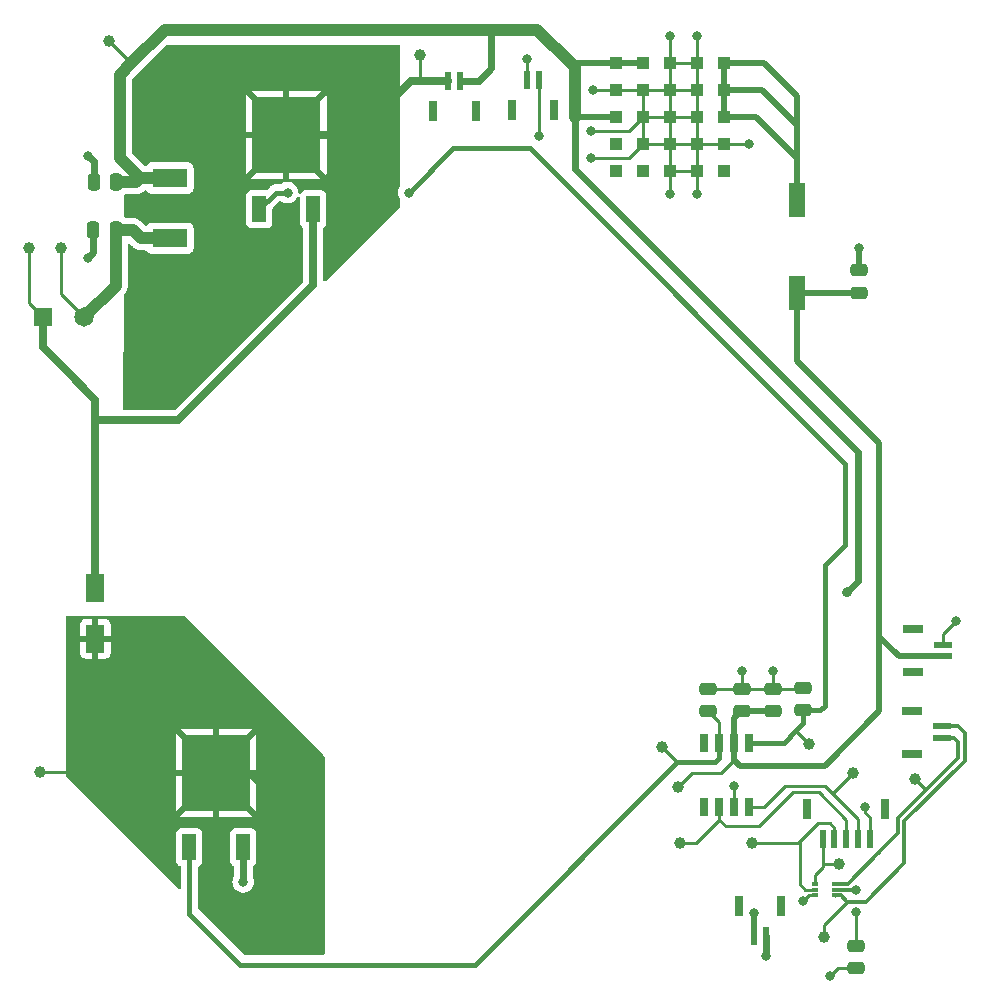
<source format=gbr>
%TF.GenerationSoftware,KiCad,Pcbnew,(6.0.1)*%
%TF.CreationDate,2024-01-13T19:57:02-05:00*%
%TF.ProjectId,PCB POWER,50434220-504f-4574-9552-2e6b69636164,rev?*%
%TF.SameCoordinates,Original*%
%TF.FileFunction,Copper,L1,Top*%
%TF.FilePolarity,Positive*%
%FSLAX46Y46*%
G04 Gerber Fmt 4.6, Leading zero omitted, Abs format (unit mm)*
G04 Created by KiCad (PCBNEW (6.0.1)) date 2024-01-13 19:57:02*
%MOMM*%
%LPD*%
G01*
G04 APERTURE LIST*
G04 Aperture macros list*
%AMRoundRect*
0 Rectangle with rounded corners*
0 $1 Rounding radius*
0 $2 $3 $4 $5 $6 $7 $8 $9 X,Y pos of 4 corners*
0 Add a 4 corners polygon primitive as box body*
4,1,4,$2,$3,$4,$5,$6,$7,$8,$9,$2,$3,0*
0 Add four circle primitives for the rounded corners*
1,1,$1+$1,$2,$3*
1,1,$1+$1,$4,$5*
1,1,$1+$1,$6,$7*
1,1,$1+$1,$8,$9*
0 Add four rect primitives between the rounded corners*
20,1,$1+$1,$2,$3,$4,$5,0*
20,1,$1+$1,$4,$5,$6,$7,0*
20,1,$1+$1,$6,$7,$8,$9,0*
20,1,$1+$1,$8,$9,$2,$3,0*%
G04 Aperture macros list end*
%TA.AperFunction,SMDPad,CuDef*%
%ADD10RoundRect,0.250000X-0.250000X-0.475000X0.250000X-0.475000X0.250000X0.475000X-0.250000X0.475000X0*%
%TD*%
%TA.AperFunction,SMDPad,CuDef*%
%ADD11C,1.000000*%
%TD*%
%TA.AperFunction,SMDPad,CuDef*%
%ADD12RoundRect,0.250000X-0.475000X0.250000X-0.475000X-0.250000X0.475000X-0.250000X0.475000X0.250000X0*%
%TD*%
%TA.AperFunction,SMDPad,CuDef*%
%ADD13RoundRect,0.250000X0.475000X-0.250000X0.475000X0.250000X-0.475000X0.250000X-0.475000X-0.250000X0*%
%TD*%
%TA.AperFunction,SMDPad,CuDef*%
%ADD14R,0.475000X0.300000*%
%TD*%
%TA.AperFunction,SMDPad,CuDef*%
%ADD15R,1.550000X0.600000*%
%TD*%
%TA.AperFunction,SMDPad,CuDef*%
%ADD16R,1.800000X0.800000*%
%TD*%
%TA.AperFunction,SMDPad,CuDef*%
%ADD17R,0.650000X1.525000*%
%TD*%
%TA.AperFunction,SMDPad,CuDef*%
%ADD18R,0.600000X1.550000*%
%TD*%
%TA.AperFunction,SMDPad,CuDef*%
%ADD19R,0.800000X1.800000*%
%TD*%
%TA.AperFunction,SMDPad,CuDef*%
%ADD20R,1.200000X2.200000*%
%TD*%
%TA.AperFunction,SMDPad,CuDef*%
%ADD21R,5.800000X6.400000*%
%TD*%
%TA.AperFunction,SMDPad,CuDef*%
%ADD22R,1.470000X3.000000*%
%TD*%
%TA.AperFunction,ComponentPad*%
%ADD23R,1.650000X1.650000*%
%TD*%
%TA.AperFunction,ComponentPad*%
%ADD24C,1.650000*%
%TD*%
%TA.AperFunction,SMDPad,CuDef*%
%ADD25R,1.060000X1.060000*%
%TD*%
%TA.AperFunction,SMDPad,CuDef*%
%ADD26R,1.550000X2.350000*%
%TD*%
%TA.AperFunction,SMDPad,CuDef*%
%ADD27R,3.000000X1.650000*%
%TD*%
%TA.AperFunction,ViaPad*%
%ADD28C,0.800000*%
%TD*%
%TA.AperFunction,Conductor*%
%ADD29C,0.500000*%
%TD*%
%TA.AperFunction,Conductor*%
%ADD30C,0.250000*%
%TD*%
%TA.AperFunction,Conductor*%
%ADD31C,0.600000*%
%TD*%
%TA.AperFunction,Conductor*%
%ADD32C,0.700000*%
%TD*%
%TA.AperFunction,Conductor*%
%ADD33C,1.000000*%
%TD*%
%TA.AperFunction,Conductor*%
%ADD34C,0.400000*%
%TD*%
%TA.AperFunction,Conductor*%
%ADD35C,0.300000*%
%TD*%
%TA.AperFunction,Conductor*%
%ADD36C,0.750000*%
%TD*%
G04 APERTURE END LIST*
D10*
%TO.P,C2,1,1*%
%TO.N,GND*%
X66560000Y-76710000D03*
%TO.P,C2,2,2*%
%TO.N,Net-(C2-Pad2)*%
X68460000Y-76710000D03*
%TD*%
D11*
%TO.P,TP6,1,1*%
%TO.N,Net-(C2-Pad2)*%
X63830000Y-78250000D03*
%TD*%
D12*
%TO.P,C8,1,1*%
%TO.N,GND*%
X131420000Y-80150000D03*
%TO.P,C8,2,2*%
%TO.N,Net-(C3-Pad1)*%
X131420000Y-82050000D03*
%TD*%
D11*
%TO.P,TP3,1,1*%
%TO.N,BLWR_PID*%
X116210000Y-128630000D03*
%TD*%
D13*
%TO.P,C5,1*%
%TO.N,Net-(C3-Pad1)*%
X124090000Y-117450000D03*
%TO.P,C5,2*%
%TO.N,GND*%
X124090000Y-115550000D03*
%TD*%
D11*
%TO.P,TP7,1,1*%
%TO.N,MTR_2*%
X128410000Y-136620000D03*
%TD*%
D14*
%TO.P,IC1,1,IN1*%
%TO.N,MTR_PID1*%
X127652000Y-132070000D03*
%TO.P,IC1,2,IN2*%
%TO.N,MTR_PID2*%
X127652000Y-132570000D03*
%TO.P,IC1,3,GND*%
%TO.N,GND*%
X127652000Y-133070000D03*
%TO.P,IC1,4,OUT2*%
%TO.N,MTR_2*%
X129328000Y-133070000D03*
%TO.P,IC1,5,VM*%
%TO.N,Net-(C1-Pad2)*%
X129328000Y-132570000D03*
%TO.P,IC1,6,OUT1*%
%TO.N,MTR_1*%
X129328000Y-132070000D03*
%TD*%
D15*
%TO.P,J7,1,1*%
%TO.N,MTR_1*%
X138440000Y-119760000D03*
%TO.P,J7,2,2*%
%TO.N,MTR_2*%
X138440000Y-118760000D03*
D16*
%TO.P,J7,MP1,MP1*%
%TO.N,unconnected-(J7-PadMP1)*%
X135915000Y-121060000D03*
%TO.P,J7,MP2,MP2*%
%TO.N,unconnected-(J7-PadMP2)*%
X135915000Y-117460000D03*
%TD*%
D17*
%TO.P,U1,1,NC_1*%
%TO.N,unconnected-(U1-Pad1)*%
X118295000Y-125552000D03*
%TO.P,U1,2,INA*%
%TO.N,BLWR_PID*%
X119565000Y-125552000D03*
%TO.P,U1,3,GND*%
%TO.N,GND*%
X120835000Y-125552000D03*
%TO.P,U1,4,INB*%
%TO.N,HTR_PID*%
X122105000Y-125552000D03*
%TO.P,U1,5,OUTB*%
%TO.N,Net-(C7-Pad1)*%
X122105000Y-120128000D03*
%TO.P,U1,6,VS*%
%TO.N,Net-(C3-Pad1)*%
X120835000Y-120128000D03*
%TO.P,U1,7,OUTA*%
%TO.N,Net-(C6-Pad1)*%
X119565000Y-120128000D03*
%TO.P,U1,8,NC_2*%
%TO.N,unconnected-(U1-Pad8)*%
X118295000Y-120128000D03*
%TD*%
D11*
%TO.P,TP14,1,1*%
%TO.N,Net-(C3-Pad1)*%
X116050000Y-123870000D03*
%TD*%
D18*
%TO.P,J3,1,1*%
%TO.N,Net-(C1-Pad2)*%
X97630000Y-64100000D03*
%TO.P,J3,2,2*%
%TO.N,Net-(J3-Pad2)*%
X96630000Y-64100000D03*
D19*
%TO.P,J3,MP1,MP1*%
%TO.N,unconnected-(J3-PadMP1)*%
X98930000Y-66625000D03*
%TO.P,J3,MP2,MP2*%
%TO.N,unconnected-(J3-PadMP2)*%
X95330000Y-66625000D03*
%TD*%
D15*
%TO.P,J4,1,1*%
%TO.N,Net-(C3-Pad1)*%
X138520000Y-112830000D03*
%TO.P,J4,2,2*%
%TO.N,GND*%
X138520000Y-111830000D03*
D16*
%TO.P,J4,MP1,MP1*%
%TO.N,unconnected-(J4-PadMP1)*%
X135995000Y-114130000D03*
%TO.P,J4,MP2,MP2*%
%TO.N,unconnected-(J4-PadMP2)*%
X135995000Y-110530000D03*
%TD*%
D20*
%TO.P,Q2,1*%
%TO.N,Net-(C7-Pad1)*%
X80620000Y-74970000D03*
D21*
%TO.P,Q2,2*%
%TO.N,Net-(J3-Pad2)*%
X82900000Y-68670000D03*
D20*
%TO.P,Q2,3*%
%TO.N,GND*%
X85180000Y-74970000D03*
%TD*%
D11*
%TO.P,TP5,1,1*%
%TO.N,GND*%
X61160000Y-78220000D03*
%TD*%
D20*
%TO.P,Q1,1*%
%TO.N,Net-(C6-Pad1)*%
X74690000Y-129000000D03*
D21*
%TO.P,Q1,2*%
%TO.N,Net-(D1-Pad1)*%
X76970000Y-122700000D03*
D20*
%TO.P,Q1,3*%
%TO.N,GND*%
X79250000Y-129000000D03*
%TD*%
D22*
%TO.P,U4,1,1*%
%TO.N,Net-(C3-Pad1)*%
X126130000Y-82060000D03*
%TO.P,U4,2,2*%
%TO.N,Net-(U3-PadA5)*%
X126130000Y-74160000D03*
%TD*%
D18*
%TO.P,J5,1,1*%
%TO.N,MTR_PID1*%
X128310000Y-128295000D03*
%TO.P,J5,2,2*%
%TO.N,MTR_PID2*%
X129310000Y-128295000D03*
%TO.P,J5,3,3*%
%TO.N,BLWR_PID*%
X130310000Y-128295000D03*
%TO.P,J5,4,4*%
%TO.N,HTR_PID*%
X131310000Y-128295000D03*
%TO.P,J5,5,5*%
%TO.N,THERM*%
X132310000Y-128295000D03*
D19*
%TO.P,J5,MP1,MP1*%
%TO.N,unconnected-(J5-PadMP1)*%
X127010000Y-125770000D03*
%TO.P,J5,MP2,MP2*%
%TO.N,unconnected-(J5-PadMP2)*%
X133610000Y-125770000D03*
%TD*%
D18*
%TO.P,J6,1,1*%
%TO.N,THERM*%
X104300000Y-64070000D03*
%TO.P,J6,2,2*%
%TO.N,GND*%
X103300000Y-64070000D03*
D19*
%TO.P,J6,MP1,MP1*%
%TO.N,unconnected-(J6-PadMP1)*%
X105600000Y-66595000D03*
%TO.P,J6,MP2,MP2*%
%TO.N,unconnected-(J6-PadMP2)*%
X102000000Y-66595000D03*
%TD*%
D11*
%TO.P,TP11,1,1*%
%TO.N,Net-(D1-Pad1)*%
X62090000Y-122610000D03*
%TD*%
D13*
%TO.P,C7,1*%
%TO.N,Net-(C7-Pad1)*%
X126690000Y-117400000D03*
%TO.P,C7,2*%
%TO.N,GND*%
X126690000Y-115500000D03*
%TD*%
D11*
%TO.P,TP4,1,1*%
%TO.N,HTR_PID*%
X130900000Y-122690000D03*
%TD*%
%TO.P,TP2,1,1*%
%TO.N,MTR_PID2*%
X122310000Y-128630000D03*
%TD*%
D23*
%TO.P,J1,1,1*%
%TO.N,GND*%
X62305000Y-84095000D03*
D24*
%TO.P,J1,2,2*%
%TO.N,Net-(C2-Pad2)*%
X65805000Y-84095000D03*
%TD*%
D18*
%TO.P,J2,1,1*%
%TO.N,Net-(C1-Pad2)*%
X122500000Y-136470000D03*
%TO.P,J2,2,2*%
%TO.N,Net-(D1-Pad1)*%
X123500000Y-136470000D03*
D19*
%TO.P,J2,MP1,MP1*%
%TO.N,unconnected-(J2-PadMP1)*%
X121200000Y-133945000D03*
%TO.P,J2,MP2,MP2*%
%TO.N,unconnected-(J2-PadMP2)*%
X124800000Y-133945000D03*
%TD*%
D25*
%TO.P,U3,A1,+VIN*%
%TO.N,Net-(C1-Pad2)*%
X110790000Y-62590000D03*
%TO.P,U3,A2,+VIN*%
X113080000Y-62590000D03*
%TO.P,U3,A3,GND*%
%TO.N,GND*%
X115370000Y-62590000D03*
%TO.P,U3,A4,GND*%
X117660000Y-62590000D03*
%TO.P,U3,A5,+VOUT*%
%TO.N,Net-(U3-PadA5)*%
X119950000Y-62590000D03*
%TO.P,U3,B1,GND*%
%TO.N,GND*%
X110790000Y-64880000D03*
%TO.P,U3,B2,GND*%
X113080000Y-64880000D03*
%TO.P,U3,B3,GND*%
X115370000Y-64880000D03*
%TO.P,U3,B4,GND*%
X117660000Y-64880000D03*
%TO.P,U3,B5,+VOUT*%
%TO.N,Net-(U3-PadA5)*%
X119950000Y-64880000D03*
%TO.P,U3,C1,CTRL*%
%TO.N,Net-(C1-Pad2)*%
X110790000Y-67170000D03*
%TO.P,U3,C2,GND*%
%TO.N,GND*%
X113080000Y-67170000D03*
%TO.P,U3,C3,GND*%
X115370000Y-67170000D03*
%TO.P,U3,C4,GND*%
X117660000Y-67170000D03*
%TO.P,U3,C5,Sense*%
%TO.N,Net-(U3-PadA5)*%
X119950000Y-67170000D03*
%TO.P,U3,D1,PGood*%
%TO.N,unconnected-(U3-PadD1)*%
X110790000Y-69460000D03*
%TO.P,U3,D2,GND*%
%TO.N,GND*%
X113080000Y-69460000D03*
%TO.P,U3,D3,GND*%
X115370000Y-69460000D03*
%TO.P,U3,D4,GND*%
X117660000Y-69460000D03*
%TO.P,U3,D5,GND*%
X119950000Y-69460000D03*
%TO.P,U3,E1,SEQ*%
%TO.N,unconnected-(U3-PadE1)*%
X110790000Y-71750000D03*
%TO.P,U3,E2,NC*%
%TO.N,unconnected-(U3-PadE2)*%
X113080000Y-71750000D03*
%TO.P,U3,E3,GND*%
%TO.N,GND*%
X115370000Y-71750000D03*
%TO.P,U3,E4,GND*%
X117660000Y-71750000D03*
%TO.P,U3,E5,Trim*%
%TO.N,unconnected-(U3-PadE5)*%
X119950000Y-71750000D03*
%TD*%
D10*
%TO.P,C4,1,1*%
%TO.N,GND*%
X66590000Y-72650000D03*
%TO.P,C4,2,2*%
%TO.N,Net-(C1-Pad2)*%
X68490000Y-72650000D03*
%TD*%
D11*
%TO.P,TP13,1,1*%
%TO.N,Net-(J3-Pad2)*%
X94220000Y-61890000D03*
%TD*%
D13*
%TO.P,C6,1*%
%TO.N,Net-(C6-Pad1)*%
X118630000Y-117490000D03*
%TO.P,C6,2*%
%TO.N,GND*%
X118630000Y-115590000D03*
%TD*%
D11*
%TO.P,TP8,1,1*%
%TO.N,MTR_1*%
X136150000Y-123200000D03*
%TD*%
D26*
%TO.P,D1,1*%
%TO.N,Net-(D1-Pad1)*%
X66740000Y-111330000D03*
%TO.P,D1,2*%
%TO.N,GND*%
X66740000Y-107030000D03*
%TD*%
D27*
%TO.P,U2,1,1*%
%TO.N,Net-(C2-Pad2)*%
X73040000Y-77440000D03*
%TO.P,U2,2,2*%
%TO.N,Net-(C1-Pad2)*%
X73040000Y-72340000D03*
%TD*%
D13*
%TO.P,C1,1*%
%TO.N,GND*%
X131150000Y-139230000D03*
%TO.P,C1,2*%
%TO.N,Net-(C1-Pad2)*%
X131150000Y-137330000D03*
%TD*%
D11*
%TO.P,TP10,1,1*%
%TO.N,Net-(C6-Pad1)*%
X114700000Y-120510000D03*
%TD*%
%TO.P,TP9,1,1*%
%TO.N,Net-(C1-Pad2)*%
X67920000Y-60740000D03*
%TD*%
%TO.P,TP1,1,1*%
%TO.N,MTR_PID1*%
X129660000Y-130410000D03*
%TD*%
D13*
%TO.P,C3,1*%
%TO.N,Net-(C3-Pad1)*%
X121450000Y-117470000D03*
%TO.P,C3,2*%
%TO.N,GND*%
X121450000Y-115570000D03*
%TD*%
D11*
%TO.P,TP12,1,1*%
%TO.N,Net-(C7-Pad1)*%
X127180000Y-120230000D03*
%TD*%
D28*
%TO.N,Net-(D1-Pad1)*%
X82950000Y-125940000D03*
X123500000Y-138230000D03*
%TO.N,GND*%
X122060000Y-69460000D03*
X66120000Y-70450000D03*
X117660000Y-60300000D03*
X79250000Y-131920000D03*
X139580000Y-109850000D03*
X115370000Y-60310000D03*
X126640000Y-133550000D03*
X66090000Y-79080000D03*
X115370000Y-73700000D03*
X131420000Y-78260000D03*
X120840000Y-123810000D03*
X108850000Y-64880000D03*
X108720000Y-68320000D03*
X124090000Y-114110000D03*
X128910000Y-139920000D03*
X108720000Y-70600000D03*
X103300000Y-62270000D03*
X121460000Y-114070000D03*
X117660000Y-73690000D03*
%TO.N,Net-(C7-Pad1)*%
X93290000Y-73570000D03*
X83010000Y-73570000D03*
%TO.N,Net-(C1-Pad2)*%
X131150000Y-134470000D03*
X130370000Y-107390000D03*
X131150000Y-132570000D03*
X122500000Y-134540000D03*
%TO.N,THERM*%
X131940000Y-125580000D03*
X104290000Y-68780000D03*
%TD*%
D29*
%TO.N,Net-(D1-Pad1)*%
X76970000Y-123030000D02*
X80390000Y-126450000D01*
D30*
X76970000Y-122700000D02*
X76970000Y-123000000D01*
D31*
X82950000Y-125940000D02*
X79710000Y-122700000D01*
D30*
X76970000Y-122700000D02*
X76970000Y-123030000D01*
X76880000Y-122610000D02*
X76970000Y-122700000D01*
D31*
X123500000Y-136470000D02*
X123500000Y-138230000D01*
D29*
X76970000Y-123000000D02*
X73520000Y-126450000D01*
D31*
X79710000Y-122700000D02*
X76970000Y-122700000D01*
D29*
X76970000Y-122370000D02*
X80480000Y-118860000D01*
D30*
X62090000Y-122610000D02*
X76880000Y-122610000D01*
D29*
X76970000Y-122370000D02*
X73500000Y-118900000D01*
D30*
X76970000Y-122700000D02*
X76970000Y-122370000D01*
D32*
%TO.N,GND*%
X85180000Y-81400000D02*
X85180000Y-74970000D01*
X66740000Y-91110000D02*
X66740000Y-92740000D01*
D30*
X117660000Y-64880000D02*
X117660000Y-62590000D01*
X113080000Y-69460000D02*
X111940000Y-70600000D01*
X117660000Y-69460000D02*
X119950000Y-69460000D01*
D32*
X62305000Y-84095000D02*
X62305000Y-86675000D01*
D30*
X113080000Y-64880000D02*
X110790000Y-64880000D01*
X115370000Y-62590000D02*
X115370000Y-60310000D01*
X117660000Y-67170000D02*
X115370000Y-67170000D01*
X103300000Y-64070000D02*
X103300000Y-62270000D01*
X115370000Y-69460000D02*
X117660000Y-69460000D01*
X117660000Y-69460000D02*
X117660000Y-71750000D01*
X124090000Y-115550000D02*
X124090000Y-114110000D01*
X113080000Y-64880000D02*
X115370000Y-64880000D01*
X61160000Y-78220000D02*
X61160000Y-82950000D01*
X113080000Y-64880000D02*
X113080000Y-67170000D01*
X113080000Y-67170000D02*
X113080000Y-69460000D01*
D31*
X79250000Y-129000000D02*
X79250000Y-131920000D01*
D32*
X64070000Y-88440000D02*
X66740000Y-91110000D01*
X66740000Y-92740000D02*
X66740000Y-100460000D01*
D30*
X115370000Y-62590000D02*
X117660000Y-62590000D01*
X120835000Y-125552000D02*
X120835000Y-123815000D01*
X117660000Y-64880000D02*
X117660000Y-67170000D01*
X121450000Y-115570000D02*
X124070000Y-115570000D01*
X113080000Y-67170000D02*
X111930000Y-68320000D01*
X115370000Y-71750000D02*
X115370000Y-69460000D01*
X127652000Y-133070000D02*
X127120000Y-133070000D01*
X131150000Y-139230000D02*
X129600000Y-139230000D01*
X115370000Y-64880000D02*
X117660000Y-64880000D01*
D32*
X62305000Y-86675000D02*
X64070000Y-88440000D01*
D30*
X66830000Y-92830000D02*
X66740000Y-92740000D01*
X120835000Y-123815000D02*
X120840000Y-123810000D01*
X118630000Y-115590000D02*
X121430000Y-115590000D01*
D32*
X85180000Y-81420000D02*
X73770000Y-92830000D01*
X66740000Y-100460000D02*
X66740000Y-107030000D01*
D30*
X129600000Y-139230000D02*
X128910000Y-139920000D01*
X85190000Y-81410000D02*
X85180000Y-81400000D01*
X117660000Y-71750000D02*
X115370000Y-71750000D01*
D29*
X131420000Y-78260000D02*
X131420000Y-80150000D01*
D30*
X121430000Y-115590000D02*
X121450000Y-115570000D01*
X119950000Y-69460000D02*
X122060000Y-69460000D01*
X115370000Y-69460000D02*
X115370000Y-67170000D01*
X121450000Y-115570000D02*
X121450000Y-114080000D01*
X121450000Y-114080000D02*
X121460000Y-114070000D01*
X117660000Y-69460000D02*
X117660000Y-67170000D01*
X66600000Y-72640000D02*
X66590000Y-72650000D01*
D31*
X66600000Y-70930000D02*
X66600000Y-72640000D01*
D30*
X124070000Y-115570000D02*
X124090000Y-115550000D01*
X111930000Y-68320000D02*
X108720000Y-68320000D01*
X115370000Y-71750000D02*
X115370000Y-73700000D01*
X138520000Y-110910000D02*
X139580000Y-109850000D01*
X117660000Y-62590000D02*
X117660000Y-60300000D01*
X117660000Y-71750000D02*
X117660000Y-73690000D01*
X113080000Y-69460000D02*
X115370000Y-69460000D01*
X113080000Y-67170000D02*
X115370000Y-67170000D01*
X138520000Y-111830000D02*
X138520000Y-110910000D01*
D31*
X66120000Y-70450000D02*
X66600000Y-70930000D01*
D30*
X61160000Y-82950000D02*
X62305000Y-84095000D01*
D31*
X66560000Y-76710000D02*
X66560000Y-78610000D01*
D30*
X110790000Y-64880000D02*
X108850000Y-64880000D01*
X127120000Y-133070000D02*
X126640000Y-133550000D01*
D32*
X73770000Y-92830000D02*
X66830000Y-92830000D01*
D30*
X111940000Y-70600000D02*
X108720000Y-70600000D01*
X115370000Y-64880000D02*
X115370000Y-67170000D01*
X126640000Y-115550000D02*
X126690000Y-115500000D01*
X85180000Y-81400000D02*
X85180000Y-81420000D01*
D31*
X66560000Y-78610000D02*
X66090000Y-79080000D01*
D30*
X115370000Y-64880000D02*
X115370000Y-62590000D01*
X124090000Y-115550000D02*
X126640000Y-115550000D01*
D33*
%TO.N,Net-(C2-Pad2)*%
X69900000Y-76710000D02*
X68460000Y-76710000D01*
X68460000Y-76710000D02*
X68460000Y-81440000D01*
X68460000Y-81440000D02*
X65805000Y-84095000D01*
X69900000Y-76710000D02*
X70630000Y-77440000D01*
X70630000Y-77440000D02*
X73040000Y-77440000D01*
D30*
X63830000Y-78250000D02*
X63830000Y-82120000D01*
X63830000Y-82120000D02*
X65805000Y-84095000D01*
%TO.N,MTR_PID1*%
X128310000Y-130420000D02*
X128310000Y-130650000D01*
X129660000Y-130410000D02*
X128320000Y-130410000D01*
X127650000Y-131310000D02*
X127652000Y-131312000D01*
X128310000Y-130650000D02*
X127650000Y-131310000D01*
X127652000Y-131312000D02*
X127652000Y-132070000D01*
X128320000Y-130410000D02*
X128310000Y-130420000D01*
X128310000Y-128295000D02*
X128310000Y-130420000D01*
D32*
%TO.N,Net-(J3-Pad2)*%
X88860000Y-68670000D02*
X82900000Y-68670000D01*
X93430000Y-64100000D02*
X88860000Y-68670000D01*
D31*
X82900000Y-68670000D02*
X82900000Y-68350000D01*
D29*
X82900000Y-68970000D02*
X79490000Y-72380000D01*
D32*
X94280000Y-64100000D02*
X93430000Y-64100000D01*
D30*
X94220000Y-61890000D02*
X94220000Y-64040000D01*
D31*
X82900000Y-68670000D02*
X82900000Y-69070000D01*
D30*
X94220000Y-64040000D02*
X94280000Y-64100000D01*
D31*
X82900000Y-68670000D02*
X82900000Y-68970000D01*
D29*
X82900000Y-68350000D02*
X86430000Y-64820000D01*
D32*
X96630000Y-64100000D02*
X94280000Y-64100000D01*
D29*
X82900000Y-68290000D02*
X79370000Y-64760000D01*
D31*
X82900000Y-68670000D02*
X82900000Y-68290000D01*
D29*
X82900000Y-69070000D02*
X86200000Y-72370000D01*
D30*
%TO.N,Net-(C3-Pad1)*%
X131420000Y-82050000D02*
X131410000Y-82060000D01*
D29*
X120835000Y-121585000D02*
X120835000Y-120128000D01*
D30*
X117220000Y-122700000D02*
X119720000Y-122700000D01*
D29*
X128480000Y-122070000D02*
X121290000Y-122070000D01*
X126130000Y-82060000D02*
X126130000Y-87810000D01*
X131410000Y-82060000D02*
X126130000Y-82060000D01*
D30*
X120835000Y-121375000D02*
X120840000Y-121380000D01*
D29*
X134790000Y-112830000D02*
X138520000Y-112830000D01*
X133120000Y-111160000D02*
X134790000Y-112830000D01*
X126130000Y-87810000D02*
X133120000Y-94800000D01*
X120835000Y-118085000D02*
X121450000Y-117470000D01*
D30*
X116050000Y-123870000D02*
X117220000Y-122700000D01*
X124070000Y-117470000D02*
X124090000Y-117450000D01*
D29*
X133120000Y-117430000D02*
X128480000Y-122070000D01*
X133120000Y-94800000D02*
X133120000Y-111160000D01*
X120820000Y-121600000D02*
X120835000Y-121585000D01*
X121290000Y-122070000D02*
X120820000Y-121600000D01*
X120835000Y-120128000D02*
X120835000Y-118085000D01*
X133120000Y-111160000D02*
X133120000Y-117430000D01*
D30*
X119720000Y-122700000D02*
X120835000Y-121585000D01*
D29*
X121450000Y-117470000D02*
X124070000Y-117470000D01*
D30*
%TO.N,Net-(C6-Pad1)*%
X114700000Y-120510000D02*
X115980000Y-121790000D01*
D34*
X78990000Y-138930000D02*
X74690000Y-134630000D01*
X74690000Y-134630000D02*
X74690000Y-129000000D01*
X98840000Y-138930000D02*
X78990000Y-138930000D01*
D30*
X119565000Y-120128000D02*
X119565000Y-118425000D01*
X119570000Y-121400000D02*
X119565000Y-121395000D01*
D34*
X115980000Y-121790000D02*
X119180000Y-121790000D01*
X119565000Y-121395000D02*
X119565000Y-120128000D01*
X119180000Y-121790000D02*
X119570000Y-121400000D01*
D30*
X119565000Y-118425000D02*
X118630000Y-117490000D01*
D34*
X115980000Y-121790000D02*
X98840000Y-138930000D01*
%TO.N,Net-(C7-Pad1)*%
X97050000Y-69810000D02*
X93290000Y-73570000D01*
X130230000Y-103430000D02*
X128530000Y-105130000D01*
X82020000Y-73570000D02*
X80620000Y-74970000D01*
X130230000Y-96520000D02*
X130230000Y-103430000D01*
D30*
X127180000Y-120230000D02*
X126065000Y-119115000D01*
D34*
X122105000Y-120128000D02*
X125032000Y-120128000D01*
X125032000Y-120128000D02*
X126065000Y-119095000D01*
D30*
X126065000Y-119115000D02*
X126065000Y-119095000D01*
D34*
X128120000Y-117400000D02*
X126690000Y-117400000D01*
X128530000Y-116990000D02*
X128120000Y-117400000D01*
X126065000Y-119095000D02*
X126690000Y-118470000D01*
X126690000Y-118470000D02*
X126690000Y-117400000D01*
X103520000Y-69810000D02*
X97050000Y-69810000D01*
X83010000Y-73570000D02*
X82020000Y-73570000D01*
X103520000Y-69810000D02*
X130230000Y-96520000D01*
X128530000Y-105130000D02*
X128530000Y-116990000D01*
D30*
%TO.N,MTR_PID2*%
X126400000Y-128430000D02*
X126400000Y-132110000D01*
X126200000Y-128630000D02*
X126400000Y-128430000D01*
X129310000Y-127320000D02*
X128900000Y-126910000D01*
X126400000Y-132110000D02*
X126860000Y-132570000D01*
X126400000Y-132110000D02*
X126400000Y-131860000D01*
X122310000Y-128630000D02*
X126200000Y-128630000D01*
X127920000Y-126910000D02*
X126400000Y-128430000D01*
X128900000Y-126910000D02*
X127920000Y-126910000D01*
X129310000Y-128295000D02*
X129310000Y-127320000D01*
X126860000Y-132570000D02*
X127652000Y-132570000D01*
%TO.N,MTR_2*%
X129320000Y-133078000D02*
X129328000Y-133070000D01*
X128410000Y-136620000D02*
X128410000Y-135560000D01*
D35*
X135200000Y-126810000D02*
X140360000Y-121650000D01*
X131950000Y-133590000D02*
X135200000Y-130340000D01*
X139770000Y-118760000D02*
X138440000Y-118760000D01*
X129860000Y-133070000D02*
X130380000Y-133590000D01*
X140360000Y-121650000D02*
X140360000Y-119350000D01*
X130380000Y-133590000D02*
X131950000Y-133590000D01*
X129328000Y-133070000D02*
X129860000Y-133070000D01*
X140360000Y-119350000D02*
X139770000Y-118760000D01*
D30*
X128410000Y-135560000D02*
X130380000Y-133590000D01*
D35*
X135200000Y-130340000D02*
X135200000Y-126810000D01*
D29*
%TO.N,Net-(C1-Pad2)*%
X113080000Y-62590000D02*
X110790000Y-62590000D01*
X122500000Y-136470000D02*
X122500000Y-134540000D01*
D31*
X97630000Y-64100000D02*
X99190000Y-64100000D01*
X107340000Y-71550000D02*
X131340000Y-95550000D01*
D36*
X130330000Y-107350000D02*
X130370000Y-107390000D01*
D33*
X107340000Y-62990000D02*
X107340000Y-64090000D01*
X104140000Y-59790000D02*
X106975000Y-62625000D01*
D31*
X131340000Y-106420000D02*
X130370000Y-107390000D01*
D29*
X107010000Y-62590000D02*
X106975000Y-62625000D01*
D30*
X107330000Y-64100000D02*
X107340000Y-64090000D01*
D33*
X70520000Y-72340000D02*
X73040000Y-72340000D01*
X107340000Y-64090000D02*
X107340000Y-67170000D01*
X106975000Y-62625000D02*
X107340000Y-62990000D01*
X70210000Y-72650000D02*
X70520000Y-72340000D01*
D31*
X100240000Y-63050000D02*
X100240000Y-59790000D01*
D35*
X129328000Y-132570000D02*
X131150000Y-132570000D01*
D29*
X110790000Y-62590000D02*
X107010000Y-62590000D01*
D33*
X100240000Y-59790000D02*
X104140000Y-59790000D01*
X68800000Y-63590000D02*
X68800000Y-70620000D01*
D30*
X67920000Y-60740000D02*
X69785000Y-62605000D01*
D33*
X70210000Y-72650000D02*
X68490000Y-72650000D01*
X69785000Y-62605000D02*
X68800000Y-63590000D01*
D31*
X99190000Y-64100000D02*
X100240000Y-63050000D01*
D30*
X131150000Y-137330000D02*
X131150000Y-134470000D01*
D31*
X107340000Y-67170000D02*
X107340000Y-71550000D01*
D33*
X100240000Y-59790000D02*
X72600000Y-59790000D01*
D31*
X131340000Y-95550000D02*
X131340000Y-106420000D01*
D33*
X72600000Y-59790000D02*
X69785000Y-62605000D01*
D29*
X107340000Y-67170000D02*
X110790000Y-67170000D01*
D33*
X68800000Y-70620000D02*
X70520000Y-72340000D01*
D35*
%TO.N,MTR_1*%
X139420000Y-119760000D02*
X139760000Y-120100000D01*
D30*
X133105000Y-129465000D02*
X133105000Y-129425000D01*
D35*
X130460000Y-132070000D02*
X133105000Y-129425000D01*
X139760000Y-121450000D02*
X137075000Y-124135000D01*
X133105000Y-129425000D02*
X134732141Y-127797859D01*
D30*
X136150000Y-123200000D02*
X137075000Y-124125000D01*
D35*
X137075000Y-124135000D02*
X134732141Y-126477859D01*
X138440000Y-119760000D02*
X139420000Y-119760000D01*
X129328000Y-132070000D02*
X130460000Y-132070000D01*
X134732141Y-126477859D02*
X134732141Y-127797859D01*
D30*
X137075000Y-124125000D02*
X137075000Y-124135000D01*
D35*
X139760000Y-120100000D02*
X139760000Y-121450000D01*
D29*
%TO.N,Net-(U3-PadA5)*%
X122630000Y-67170000D02*
X119950000Y-67170000D01*
X123170000Y-64880000D02*
X126130000Y-67840000D01*
X119950000Y-62590000D02*
X123360000Y-62590000D01*
X126130000Y-70670000D02*
X126130000Y-74160000D01*
X119950000Y-64880000D02*
X123170000Y-64880000D01*
X123360000Y-62590000D02*
X126130000Y-65360000D01*
X122630000Y-67170000D02*
X126130000Y-70670000D01*
X119950000Y-62590000D02*
X119950000Y-64880000D01*
X126130000Y-67840000D02*
X126130000Y-70670000D01*
X126130000Y-65360000D02*
X126130000Y-67840000D01*
X119950000Y-64880000D02*
X119950000Y-67170000D01*
D30*
%TO.N,THERM*%
X132310000Y-126460000D02*
X132310000Y-128295000D01*
X104300000Y-68770000D02*
X104300000Y-64070000D01*
X104290000Y-68780000D02*
X104300000Y-68770000D01*
X131940000Y-126090000D02*
X132310000Y-126460000D01*
X131940000Y-125580000D02*
X131940000Y-126090000D01*
%TO.N,BLWR_PID*%
X119565000Y-126655000D02*
X119565000Y-125552000D01*
X130310000Y-126660000D02*
X127990000Y-124340000D01*
X125840000Y-124340000D02*
X122960000Y-127220000D01*
X120120000Y-127220000D02*
X119560000Y-126660000D01*
X130310000Y-128295000D02*
X130310000Y-126660000D01*
X117590000Y-128630000D02*
X119560000Y-126660000D01*
X119560000Y-126660000D02*
X119565000Y-126655000D01*
X122960000Y-127220000D02*
X120120000Y-127220000D01*
X127990000Y-124340000D02*
X125840000Y-124340000D01*
X116210000Y-128630000D02*
X117590000Y-128630000D01*
%TO.N,HTR_PID*%
X123362000Y-125552000D02*
X122105000Y-125552000D01*
X130900000Y-122690000D02*
X129180000Y-124410000D01*
X129180000Y-124410000D02*
X129090000Y-124410000D01*
X129090000Y-124410000D02*
X128480000Y-123800000D01*
X127980000Y-123800000D02*
X125130000Y-123800000D01*
X127970000Y-123790000D02*
X127980000Y-123800000D01*
X125130000Y-123800000D02*
X123370000Y-125560000D01*
X131310000Y-128295000D02*
X131310000Y-126630000D01*
X123370000Y-125560000D02*
X123362000Y-125552000D01*
X131310000Y-126630000D02*
X129090000Y-124410000D01*
X128480000Y-123800000D02*
X127980000Y-123800000D01*
%TD*%
%TA.AperFunction,Conductor*%
%TO.N,Net-(D1-Pad1)*%
G36*
X74295713Y-109410002D02*
G01*
X74316949Y-109427167D01*
X86113357Y-121293141D01*
X86147199Y-121355553D01*
X86150000Y-121381974D01*
X86150000Y-137974000D01*
X86129998Y-138042121D01*
X86076342Y-138088614D01*
X86024000Y-138100000D01*
X79442215Y-138100000D01*
X79374094Y-138079998D01*
X79353090Y-138063066D01*
X75435375Y-134142759D01*
X75401371Y-134080436D01*
X75398500Y-134053693D01*
X75398500Y-130689754D01*
X75418502Y-130621633D01*
X75472158Y-130575140D01*
X75480270Y-130571772D01*
X75528297Y-130553767D01*
X75536705Y-130550615D01*
X75653261Y-130463261D01*
X75740615Y-130346705D01*
X75791745Y-130210316D01*
X75798500Y-130148134D01*
X78141500Y-130148134D01*
X78148255Y-130210316D01*
X78199385Y-130346705D01*
X78286739Y-130463261D01*
X78293919Y-130468642D01*
X78391065Y-130541449D01*
X78433580Y-130598308D01*
X78441500Y-130642275D01*
X78441500Y-131469603D01*
X78424620Y-131532602D01*
X78415473Y-131548444D01*
X78356458Y-131730072D01*
X78336496Y-131920000D01*
X78356458Y-132109928D01*
X78415473Y-132291556D01*
X78510960Y-132456944D01*
X78515378Y-132461851D01*
X78515379Y-132461852D01*
X78557208Y-132508308D01*
X78638747Y-132598866D01*
X78793248Y-132711118D01*
X78799276Y-132713802D01*
X78799278Y-132713803D01*
X78961681Y-132786109D01*
X78967712Y-132788794D01*
X79061112Y-132808647D01*
X79148056Y-132827128D01*
X79148061Y-132827128D01*
X79154513Y-132828500D01*
X79345487Y-132828500D01*
X79351939Y-132827128D01*
X79351944Y-132827128D01*
X79438888Y-132808647D01*
X79532288Y-132788794D01*
X79538319Y-132786109D01*
X79700722Y-132713803D01*
X79700724Y-132713802D01*
X79706752Y-132711118D01*
X79861253Y-132598866D01*
X79942792Y-132508308D01*
X79984621Y-132461852D01*
X79984622Y-132461851D01*
X79989040Y-132456944D01*
X80084527Y-132291556D01*
X80143542Y-132109928D01*
X80163504Y-131920000D01*
X80143542Y-131730072D01*
X80084527Y-131548444D01*
X80075380Y-131532602D01*
X80058500Y-131469603D01*
X80058500Y-130642275D01*
X80078502Y-130574154D01*
X80108935Y-130541449D01*
X80206081Y-130468642D01*
X80213261Y-130463261D01*
X80300615Y-130346705D01*
X80351745Y-130210316D01*
X80358500Y-130148134D01*
X80358500Y-127851866D01*
X80351745Y-127789684D01*
X80300615Y-127653295D01*
X80213261Y-127536739D01*
X80096705Y-127449385D01*
X79960316Y-127398255D01*
X79898134Y-127391500D01*
X78601866Y-127391500D01*
X78539684Y-127398255D01*
X78403295Y-127449385D01*
X78286739Y-127536739D01*
X78199385Y-127653295D01*
X78148255Y-127789684D01*
X78141500Y-127851866D01*
X78141500Y-130148134D01*
X75798500Y-130148134D01*
X75798500Y-127851866D01*
X75791745Y-127789684D01*
X75740615Y-127653295D01*
X75653261Y-127536739D01*
X75536705Y-127449385D01*
X75400316Y-127398255D01*
X75338134Y-127391500D01*
X74041866Y-127391500D01*
X73979684Y-127398255D01*
X73843295Y-127449385D01*
X73726739Y-127536739D01*
X73639385Y-127653295D01*
X73588255Y-127789684D01*
X73581500Y-127851866D01*
X73581500Y-130148134D01*
X73588255Y-130210316D01*
X73639385Y-130346705D01*
X73726739Y-130463261D01*
X73843295Y-130550615D01*
X73851703Y-130553767D01*
X73899730Y-130571772D01*
X73956495Y-130614414D01*
X73981194Y-130680976D01*
X73981500Y-130689754D01*
X73981500Y-132383590D01*
X73961498Y-132451711D01*
X73907842Y-132498204D01*
X73837568Y-132508308D01*
X73772988Y-132478814D01*
X73766375Y-132472656D01*
X72826945Y-131532604D01*
X67651088Y-126353324D01*
X67242703Y-125944669D01*
X73562001Y-125944669D01*
X73562371Y-125951490D01*
X73567895Y-126002352D01*
X73571521Y-126017604D01*
X73616676Y-126138054D01*
X73625214Y-126153649D01*
X73701715Y-126255724D01*
X73714276Y-126268285D01*
X73816351Y-126344786D01*
X73831946Y-126353324D01*
X73952394Y-126398478D01*
X73967649Y-126402105D01*
X74018514Y-126407631D01*
X74025328Y-126408000D01*
X76697885Y-126408000D01*
X76713124Y-126403525D01*
X76714329Y-126402135D01*
X76716000Y-126394452D01*
X76716000Y-126389884D01*
X77224000Y-126389884D01*
X77228475Y-126405123D01*
X77229865Y-126406328D01*
X77237548Y-126407999D01*
X79914669Y-126407999D01*
X79921490Y-126407629D01*
X79972352Y-126402105D01*
X79987604Y-126398479D01*
X80108054Y-126353324D01*
X80123649Y-126344786D01*
X80225724Y-126268285D01*
X80238285Y-126255724D01*
X80314786Y-126153649D01*
X80323324Y-126138054D01*
X80368478Y-126017606D01*
X80372105Y-126002351D01*
X80377631Y-125951486D01*
X80378000Y-125944672D01*
X80378000Y-122972115D01*
X80373525Y-122956876D01*
X80372135Y-122955671D01*
X80364452Y-122954000D01*
X77242115Y-122954000D01*
X77226876Y-122958475D01*
X77225671Y-122959865D01*
X77224000Y-122967548D01*
X77224000Y-126389884D01*
X76716000Y-126389884D01*
X76716000Y-122972115D01*
X76711525Y-122956876D01*
X76710135Y-122955671D01*
X76702452Y-122954000D01*
X73580116Y-122954000D01*
X73564877Y-122958475D01*
X73563672Y-122959865D01*
X73562001Y-122967548D01*
X73562001Y-125944669D01*
X67242703Y-125944669D01*
X64306645Y-123006669D01*
X64272641Y-122944346D01*
X64269771Y-122918160D01*
X64267605Y-122427885D01*
X73562000Y-122427885D01*
X73566475Y-122443124D01*
X73567865Y-122444329D01*
X73575548Y-122446000D01*
X76697885Y-122446000D01*
X76713124Y-122441525D01*
X76714329Y-122440135D01*
X76716000Y-122432452D01*
X76716000Y-122427885D01*
X77224000Y-122427885D01*
X77228475Y-122443124D01*
X77229865Y-122444329D01*
X77237548Y-122446000D01*
X80359884Y-122446000D01*
X80375123Y-122441525D01*
X80376328Y-122440135D01*
X80377999Y-122432452D01*
X80377999Y-119455331D01*
X80377629Y-119448510D01*
X80372105Y-119397648D01*
X80368479Y-119382396D01*
X80323324Y-119261946D01*
X80314786Y-119246351D01*
X80238285Y-119144276D01*
X80225724Y-119131715D01*
X80123649Y-119055214D01*
X80108054Y-119046676D01*
X79987606Y-119001522D01*
X79972351Y-118997895D01*
X79921486Y-118992369D01*
X79914672Y-118992000D01*
X77242115Y-118992000D01*
X77226876Y-118996475D01*
X77225671Y-118997865D01*
X77224000Y-119005548D01*
X77224000Y-122427885D01*
X76716000Y-122427885D01*
X76716000Y-119010116D01*
X76711525Y-118994877D01*
X76710135Y-118993672D01*
X76702452Y-118992001D01*
X74025331Y-118992001D01*
X74018510Y-118992371D01*
X73967648Y-118997895D01*
X73952396Y-119001521D01*
X73831946Y-119046676D01*
X73816351Y-119055214D01*
X73714276Y-119131715D01*
X73701715Y-119144276D01*
X73625214Y-119246351D01*
X73616676Y-119261946D01*
X73571522Y-119382394D01*
X73567895Y-119397649D01*
X73562369Y-119448514D01*
X73562000Y-119455328D01*
X73562000Y-122427885D01*
X64267605Y-122427885D01*
X64225995Y-113010123D01*
X64223960Y-112549669D01*
X65457001Y-112549669D01*
X65457371Y-112556490D01*
X65462895Y-112607352D01*
X65466521Y-112622604D01*
X65511676Y-112743054D01*
X65520214Y-112758649D01*
X65596715Y-112860724D01*
X65609276Y-112873285D01*
X65711351Y-112949786D01*
X65726946Y-112958324D01*
X65847394Y-113003478D01*
X65862649Y-113007105D01*
X65913514Y-113012631D01*
X65920328Y-113013000D01*
X66467885Y-113013000D01*
X66483124Y-113008525D01*
X66484329Y-113007135D01*
X66486000Y-112999452D01*
X66486000Y-112994884D01*
X66994000Y-112994884D01*
X66998475Y-113010123D01*
X66999865Y-113011328D01*
X67007548Y-113012999D01*
X67559669Y-113012999D01*
X67566490Y-113012629D01*
X67617352Y-113007105D01*
X67632604Y-113003479D01*
X67753054Y-112958324D01*
X67768649Y-112949786D01*
X67870724Y-112873285D01*
X67883285Y-112860724D01*
X67959786Y-112758649D01*
X67968324Y-112743054D01*
X68013478Y-112622606D01*
X68017105Y-112607351D01*
X68022631Y-112556486D01*
X68023000Y-112549672D01*
X68023000Y-111602115D01*
X68018525Y-111586876D01*
X68017135Y-111585671D01*
X68009452Y-111584000D01*
X67012115Y-111584000D01*
X66996876Y-111588475D01*
X66995671Y-111589865D01*
X66994000Y-111597548D01*
X66994000Y-112994884D01*
X66486000Y-112994884D01*
X66486000Y-111602115D01*
X66481525Y-111586876D01*
X66480135Y-111585671D01*
X66472452Y-111584000D01*
X65475116Y-111584000D01*
X65459877Y-111588475D01*
X65458672Y-111589865D01*
X65457001Y-111597548D01*
X65457001Y-112549669D01*
X64223960Y-112549669D01*
X64217369Y-111057885D01*
X65457000Y-111057885D01*
X65461475Y-111073124D01*
X65462865Y-111074329D01*
X65470548Y-111076000D01*
X66467885Y-111076000D01*
X66483124Y-111071525D01*
X66484329Y-111070135D01*
X66486000Y-111062452D01*
X66486000Y-111057885D01*
X66994000Y-111057885D01*
X66998475Y-111073124D01*
X66999865Y-111074329D01*
X67007548Y-111076000D01*
X68004884Y-111076000D01*
X68020123Y-111071525D01*
X68021328Y-111070135D01*
X68022999Y-111062452D01*
X68022999Y-110110331D01*
X68022629Y-110103510D01*
X68017105Y-110052648D01*
X68013479Y-110037396D01*
X67968324Y-109916946D01*
X67959786Y-109901351D01*
X67883285Y-109799276D01*
X67870724Y-109786715D01*
X67768649Y-109710214D01*
X67753054Y-109701676D01*
X67632606Y-109656522D01*
X67617351Y-109652895D01*
X67566486Y-109647369D01*
X67559672Y-109647000D01*
X67012115Y-109647000D01*
X66996876Y-109651475D01*
X66995671Y-109652865D01*
X66994000Y-109660548D01*
X66994000Y-111057885D01*
X66486000Y-111057885D01*
X66486000Y-109665116D01*
X66481525Y-109649877D01*
X66480135Y-109648672D01*
X66472452Y-109647001D01*
X65920331Y-109647001D01*
X65913510Y-109647371D01*
X65862648Y-109652895D01*
X65847396Y-109656521D01*
X65726946Y-109701676D01*
X65711351Y-109710214D01*
X65609276Y-109786715D01*
X65596715Y-109799276D01*
X65520214Y-109901351D01*
X65511676Y-109916946D01*
X65466522Y-110037394D01*
X65462895Y-110052649D01*
X65457369Y-110103514D01*
X65457000Y-110110328D01*
X65457000Y-111057885D01*
X64217369Y-111057885D01*
X64210559Y-109516556D01*
X64230260Y-109448348D01*
X64283710Y-109401619D01*
X64336558Y-109390000D01*
X74227592Y-109390000D01*
X74295713Y-109410002D01*
G37*
%TD.AperFunction*%
%TD*%
%TA.AperFunction,Conductor*%
%TO.N,Net-(J3-Pad2)*%
G36*
X92512121Y-61080002D02*
G01*
X92558614Y-61133658D01*
X92570000Y-61186000D01*
X92570000Y-72967084D01*
X92548945Y-73031893D01*
X92550960Y-73033056D01*
X92455473Y-73198444D01*
X92396458Y-73380072D01*
X92395768Y-73386633D01*
X92395768Y-73386635D01*
X92378402Y-73551862D01*
X92376496Y-73570000D01*
X92377186Y-73576565D01*
X92395655Y-73752285D01*
X92396458Y-73759928D01*
X92455473Y-73941556D01*
X92458776Y-73947278D01*
X92458777Y-73947279D01*
X92550960Y-74106944D01*
X92548945Y-74108107D01*
X92570000Y-74172916D01*
X92570000Y-74697632D01*
X92549998Y-74765753D01*
X92532881Y-74786940D01*
X88899641Y-78402747D01*
X86253381Y-81036309D01*
X86190987Y-81070185D01*
X86120184Y-81064949D01*
X86063450Y-81022266D01*
X86038800Y-80955686D01*
X86038500Y-80947000D01*
X86038500Y-76574802D01*
X86058502Y-76506681D01*
X86088935Y-76473976D01*
X86136081Y-76438642D01*
X86143261Y-76433261D01*
X86230615Y-76316705D01*
X86281745Y-76180316D01*
X86288500Y-76118134D01*
X86288500Y-73821866D01*
X86281745Y-73759684D01*
X86230615Y-73623295D01*
X86143261Y-73506739D01*
X86026705Y-73419385D01*
X85890316Y-73368255D01*
X85828134Y-73361500D01*
X84531866Y-73361500D01*
X84469684Y-73368255D01*
X84333295Y-73419385D01*
X84216739Y-73506739D01*
X84211358Y-73513919D01*
X84146310Y-73600712D01*
X84089451Y-73643227D01*
X84018632Y-73648253D01*
X83956339Y-73614193D01*
X83922349Y-73551862D01*
X83920174Y-73538317D01*
X83904232Y-73386635D01*
X83904232Y-73386633D01*
X83903542Y-73380072D01*
X83844527Y-73198444D01*
X83749040Y-73033056D01*
X83642684Y-72914935D01*
X83625675Y-72896045D01*
X83625674Y-72896044D01*
X83621253Y-72891134D01*
X83466752Y-72778882D01*
X83460724Y-72776198D01*
X83460722Y-72776197D01*
X83298319Y-72703891D01*
X83298318Y-72703891D01*
X83292288Y-72701206D01*
X83198888Y-72681353D01*
X83111944Y-72662872D01*
X83111939Y-72662872D01*
X83105487Y-72661500D01*
X82914513Y-72661500D01*
X82908061Y-72662872D01*
X82908056Y-72662872D01*
X82821112Y-72681353D01*
X82727712Y-72701206D01*
X82721682Y-72703891D01*
X82721681Y-72703891D01*
X82559278Y-72776197D01*
X82559276Y-72776198D01*
X82553248Y-72778882D01*
X82547907Y-72782762D01*
X82547906Y-72782763D01*
X82472656Y-72837436D01*
X82405789Y-72861294D01*
X82398595Y-72861500D01*
X82048912Y-72861500D01*
X82040342Y-72861208D01*
X81990224Y-72857791D01*
X81990220Y-72857791D01*
X81982648Y-72857275D01*
X81975171Y-72858580D01*
X81975170Y-72858580D01*
X81948692Y-72863201D01*
X81919697Y-72868262D01*
X81913179Y-72869223D01*
X81849758Y-72876898D01*
X81842657Y-72879581D01*
X81840048Y-72880222D01*
X81823738Y-72884685D01*
X81821202Y-72885450D01*
X81813716Y-72886757D01*
X81806759Y-72889811D01*
X81755205Y-72912442D01*
X81749101Y-72914933D01*
X81689344Y-72937513D01*
X81683081Y-72941817D01*
X81680715Y-72943054D01*
X81665903Y-72951299D01*
X81663649Y-72952632D01*
X81656695Y-72955685D01*
X81605998Y-72994587D01*
X81600668Y-72998459D01*
X81554280Y-73030339D01*
X81554275Y-73030344D01*
X81548019Y-73034643D01*
X81542968Y-73040313D01*
X81542966Y-73040314D01*
X81506565Y-73081170D01*
X81501584Y-73086446D01*
X81263435Y-73324595D01*
X81201123Y-73358621D01*
X81174340Y-73361500D01*
X79971866Y-73361500D01*
X79909684Y-73368255D01*
X79773295Y-73419385D01*
X79656739Y-73506739D01*
X79569385Y-73623295D01*
X79518255Y-73759684D01*
X79511500Y-73821866D01*
X79511500Y-76118134D01*
X79518255Y-76180316D01*
X79569385Y-76316705D01*
X79656739Y-76433261D01*
X79773295Y-76520615D01*
X79909684Y-76571745D01*
X79971866Y-76578500D01*
X81268134Y-76578500D01*
X81330316Y-76571745D01*
X81466705Y-76520615D01*
X81583261Y-76433261D01*
X81670615Y-76316705D01*
X81721745Y-76180316D01*
X81728500Y-76118134D01*
X81728500Y-74915660D01*
X81748502Y-74847539D01*
X81765405Y-74826565D01*
X82276565Y-74315405D01*
X82338877Y-74281379D01*
X82365660Y-74278500D01*
X82398595Y-74278500D01*
X82466716Y-74298502D01*
X82472656Y-74302564D01*
X82553248Y-74361118D01*
X82559276Y-74363802D01*
X82559278Y-74363803D01*
X82721681Y-74436109D01*
X82727712Y-74438794D01*
X82821112Y-74458647D01*
X82908056Y-74477128D01*
X82908061Y-74477128D01*
X82914513Y-74478500D01*
X83105487Y-74478500D01*
X83111939Y-74477128D01*
X83111944Y-74477128D01*
X83198888Y-74458647D01*
X83292288Y-74438794D01*
X83298319Y-74436109D01*
X83460722Y-74363803D01*
X83460724Y-74363802D01*
X83466752Y-74361118D01*
X83621253Y-74248866D01*
X83749040Y-74106944D01*
X83836381Y-73955665D01*
X83887763Y-73906672D01*
X83957477Y-73893236D01*
X84023388Y-73919622D01*
X84064570Y-73977454D01*
X84071500Y-74018665D01*
X84071500Y-76118134D01*
X84078255Y-76180316D01*
X84129385Y-76316705D01*
X84216739Y-76433261D01*
X84223919Y-76438642D01*
X84271065Y-76473976D01*
X84313580Y-76530835D01*
X84321500Y-76574802D01*
X84321500Y-81012207D01*
X84301498Y-81080328D01*
X84284595Y-81101302D01*
X73451302Y-91934595D01*
X73388990Y-91968621D01*
X73362207Y-91971500D01*
X69227644Y-91971500D01*
X69159523Y-91951498D01*
X69113030Y-91897842D01*
X69101645Y-91845097D01*
X69132295Y-82251722D01*
X69152514Y-82183666D01*
X69167663Y-82165127D01*
X69169025Y-82164032D01*
X69201292Y-82125578D01*
X69204472Y-82121931D01*
X69206115Y-82120119D01*
X69208309Y-82117925D01*
X69235642Y-82084651D01*
X69236348Y-82083800D01*
X69292195Y-82017244D01*
X69296154Y-82012526D01*
X69298722Y-82007856D01*
X69302103Y-82003739D01*
X69345977Y-81921914D01*
X69346606Y-81920755D01*
X69388462Y-81844619D01*
X69388465Y-81844611D01*
X69391433Y-81839213D01*
X69393045Y-81834131D01*
X69395562Y-81829437D01*
X69422762Y-81740469D01*
X69423108Y-81739358D01*
X69449373Y-81656563D01*
X69451235Y-81650694D01*
X69451829Y-81645398D01*
X69453387Y-81640302D01*
X69462790Y-81547743D01*
X69462911Y-81546607D01*
X69468500Y-81496773D01*
X69468500Y-81493246D01*
X69468555Y-81492261D01*
X69469002Y-81486581D01*
X69473374Y-81443538D01*
X69469059Y-81397891D01*
X69468500Y-81386033D01*
X69468500Y-78008925D01*
X69488502Y-77940804D01*
X69542158Y-77894311D01*
X69612432Y-77884207D01*
X69677012Y-77913701D01*
X69683595Y-77919830D01*
X69873149Y-78109384D01*
X69882251Y-78119527D01*
X69905968Y-78149025D01*
X69910696Y-78152992D01*
X69944421Y-78181291D01*
X69948069Y-78184472D01*
X69949881Y-78186115D01*
X69952075Y-78188309D01*
X69985349Y-78215642D01*
X69986147Y-78216304D01*
X70057474Y-78276154D01*
X70062144Y-78278722D01*
X70066261Y-78282103D01*
X70117761Y-78309717D01*
X70148086Y-78325977D01*
X70149245Y-78326606D01*
X70225381Y-78368462D01*
X70225389Y-78368465D01*
X70230787Y-78371433D01*
X70235869Y-78373045D01*
X70240563Y-78375562D01*
X70313771Y-78397945D01*
X70329477Y-78402747D01*
X70330735Y-78403139D01*
X70419306Y-78431235D01*
X70424597Y-78431829D01*
X70429698Y-78433388D01*
X70522263Y-78442790D01*
X70523450Y-78442916D01*
X70552838Y-78446213D01*
X70569730Y-78448108D01*
X70569735Y-78448108D01*
X70573227Y-78448500D01*
X70576752Y-78448500D01*
X70577737Y-78448555D01*
X70583432Y-78449003D01*
X70595342Y-78450213D01*
X70620334Y-78452752D01*
X70620339Y-78452752D01*
X70626462Y-78453374D01*
X70672108Y-78449059D01*
X70683967Y-78448500D01*
X70981567Y-78448500D01*
X71049688Y-78468502D01*
X71089000Y-78510678D01*
X71089385Y-78511705D01*
X71176739Y-78628261D01*
X71293295Y-78715615D01*
X71429684Y-78766745D01*
X71491866Y-78773500D01*
X74588134Y-78773500D01*
X74650316Y-78766745D01*
X74786705Y-78715615D01*
X74903261Y-78628261D01*
X74990615Y-78511705D01*
X75041745Y-78375316D01*
X75048500Y-78313134D01*
X75048500Y-76566866D01*
X75041745Y-76504684D01*
X74990615Y-76368295D01*
X74903261Y-76251739D01*
X74786705Y-76164385D01*
X74650316Y-76113255D01*
X74588134Y-76106500D01*
X71491866Y-76106500D01*
X71429684Y-76113255D01*
X71293295Y-76164385D01*
X71176739Y-76251739D01*
X71171358Y-76258919D01*
X71131623Y-76311937D01*
X71074764Y-76354452D01*
X71003945Y-76359478D01*
X70941702Y-76325467D01*
X70656851Y-76040616D01*
X70647749Y-76030473D01*
X70627897Y-76005782D01*
X70624032Y-76000975D01*
X70585578Y-75968708D01*
X70581931Y-75965528D01*
X70580119Y-75963885D01*
X70577925Y-75961691D01*
X70544651Y-75934358D01*
X70543853Y-75933696D01*
X70472526Y-75873846D01*
X70467856Y-75871278D01*
X70463739Y-75867897D01*
X70381914Y-75824023D01*
X70380755Y-75823394D01*
X70304619Y-75781538D01*
X70304611Y-75781535D01*
X70299213Y-75778567D01*
X70294131Y-75776955D01*
X70289437Y-75774438D01*
X70200469Y-75747238D01*
X70199441Y-75746918D01*
X70110694Y-75718765D01*
X70105398Y-75718171D01*
X70100302Y-75716613D01*
X70007743Y-75707210D01*
X70006607Y-75707089D01*
X69972992Y-75703319D01*
X69960270Y-75701892D01*
X69960266Y-75701892D01*
X69956773Y-75701500D01*
X69953246Y-75701500D01*
X69952261Y-75701445D01*
X69946581Y-75700998D01*
X69917175Y-75698011D01*
X69909663Y-75697248D01*
X69909661Y-75697248D01*
X69903538Y-75696626D01*
X69861259Y-75700623D01*
X69857891Y-75700941D01*
X69846033Y-75701500D01*
X69301350Y-75701500D01*
X69233229Y-75681498D01*
X69212333Y-75664674D01*
X69190677Y-75643056D01*
X69156597Y-75580773D01*
X69153695Y-75553479D01*
X69158335Y-74101226D01*
X69159212Y-73826605D01*
X69179431Y-73758549D01*
X69206947Y-73728262D01*
X69208122Y-73727331D01*
X69214348Y-73723478D01*
X69219520Y-73718297D01*
X69219525Y-73718293D01*
X69242295Y-73695483D01*
X69304577Y-73661403D01*
X69331468Y-73658500D01*
X70148157Y-73658500D01*
X70161764Y-73659237D01*
X70193262Y-73662659D01*
X70193267Y-73662659D01*
X70199388Y-73663324D01*
X70225638Y-73661027D01*
X70249388Y-73658950D01*
X70254214Y-73658621D01*
X70256686Y-73658500D01*
X70259769Y-73658500D01*
X70271738Y-73657326D01*
X70302506Y-73654310D01*
X70303819Y-73654188D01*
X70348084Y-73650315D01*
X70396413Y-73646087D01*
X70401532Y-73644600D01*
X70406833Y-73644080D01*
X70495834Y-73617209D01*
X70496967Y-73616874D01*
X70580414Y-73592630D01*
X70580418Y-73592628D01*
X70586336Y-73590909D01*
X70591068Y-73588456D01*
X70596169Y-73586916D01*
X70627984Y-73570000D01*
X70678260Y-73543269D01*
X70679426Y-73542657D01*
X70756453Y-73502729D01*
X70761926Y-73499892D01*
X70766089Y-73496569D01*
X70770796Y-73494066D01*
X70842918Y-73435245D01*
X70843774Y-73434554D01*
X70882973Y-73403262D01*
X70885477Y-73400758D01*
X70886195Y-73400116D01*
X70890521Y-73396421D01*
X70905818Y-73383945D01*
X70971250Y-73356394D01*
X71041191Y-73368591D01*
X71087588Y-73413051D01*
X71089385Y-73411705D01*
X71176739Y-73528261D01*
X71293295Y-73615615D01*
X71429684Y-73666745D01*
X71491866Y-73673500D01*
X74588134Y-73673500D01*
X74650316Y-73666745D01*
X74786705Y-73615615D01*
X74903261Y-73528261D01*
X74990615Y-73411705D01*
X75041745Y-73275316D01*
X75048500Y-73213134D01*
X75048500Y-71914669D01*
X79492001Y-71914669D01*
X79492371Y-71921490D01*
X79497895Y-71972352D01*
X79501521Y-71987604D01*
X79546676Y-72108054D01*
X79555214Y-72123649D01*
X79631715Y-72225724D01*
X79644276Y-72238285D01*
X79746351Y-72314786D01*
X79761946Y-72323324D01*
X79882394Y-72368478D01*
X79897649Y-72372105D01*
X79948514Y-72377631D01*
X79955328Y-72378000D01*
X82627885Y-72378000D01*
X82643124Y-72373525D01*
X82644329Y-72372135D01*
X82646000Y-72364452D01*
X82646000Y-72359884D01*
X83154000Y-72359884D01*
X83158475Y-72375123D01*
X83159865Y-72376328D01*
X83167548Y-72377999D01*
X85844669Y-72377999D01*
X85851490Y-72377629D01*
X85902352Y-72372105D01*
X85917604Y-72368479D01*
X86038054Y-72323324D01*
X86053649Y-72314786D01*
X86155724Y-72238285D01*
X86168285Y-72225724D01*
X86244786Y-72123649D01*
X86253324Y-72108054D01*
X86298478Y-71987606D01*
X86302105Y-71972351D01*
X86307631Y-71921486D01*
X86308000Y-71914672D01*
X86308000Y-68942115D01*
X86303525Y-68926876D01*
X86302135Y-68925671D01*
X86294452Y-68924000D01*
X83172115Y-68924000D01*
X83156876Y-68928475D01*
X83155671Y-68929865D01*
X83154000Y-68937548D01*
X83154000Y-72359884D01*
X82646000Y-72359884D01*
X82646000Y-68942115D01*
X82641525Y-68926876D01*
X82640135Y-68925671D01*
X82632452Y-68924000D01*
X79510116Y-68924000D01*
X79494877Y-68928475D01*
X79493672Y-68929865D01*
X79492001Y-68937548D01*
X79492001Y-71914669D01*
X75048500Y-71914669D01*
X75048500Y-71466866D01*
X75041745Y-71404684D01*
X74990615Y-71268295D01*
X74903261Y-71151739D01*
X74786705Y-71064385D01*
X74650316Y-71013255D01*
X74588134Y-71006500D01*
X71491866Y-71006500D01*
X71429684Y-71013255D01*
X71293295Y-71064385D01*
X71176739Y-71151739D01*
X71089385Y-71268295D01*
X71088218Y-71267421D01*
X71044780Y-71310757D01*
X70975388Y-71325767D01*
X70908897Y-71300879D01*
X70895429Y-71289194D01*
X69845405Y-70239171D01*
X69811380Y-70176859D01*
X69808500Y-70150076D01*
X69808500Y-68397885D01*
X79492000Y-68397885D01*
X79496475Y-68413124D01*
X79497865Y-68414329D01*
X79505548Y-68416000D01*
X82627885Y-68416000D01*
X82643124Y-68411525D01*
X82644329Y-68410135D01*
X82646000Y-68402452D01*
X82646000Y-68397885D01*
X83154000Y-68397885D01*
X83158475Y-68413124D01*
X83159865Y-68414329D01*
X83167548Y-68416000D01*
X86289884Y-68416000D01*
X86305123Y-68411525D01*
X86306328Y-68410135D01*
X86307999Y-68402452D01*
X86307999Y-65425331D01*
X86307629Y-65418510D01*
X86302105Y-65367648D01*
X86298479Y-65352396D01*
X86253324Y-65231946D01*
X86244786Y-65216351D01*
X86168285Y-65114276D01*
X86155724Y-65101715D01*
X86053649Y-65025214D01*
X86038054Y-65016676D01*
X85917606Y-64971522D01*
X85902351Y-64967895D01*
X85851486Y-64962369D01*
X85844672Y-64962000D01*
X83172115Y-64962000D01*
X83156876Y-64966475D01*
X83155671Y-64967865D01*
X83154000Y-64975548D01*
X83154000Y-68397885D01*
X82646000Y-68397885D01*
X82646000Y-64980116D01*
X82641525Y-64964877D01*
X82640135Y-64963672D01*
X82632452Y-64962001D01*
X79955331Y-64962001D01*
X79948510Y-64962371D01*
X79897648Y-64967895D01*
X79882396Y-64971521D01*
X79761946Y-65016676D01*
X79746351Y-65025214D01*
X79644276Y-65101715D01*
X79631715Y-65114276D01*
X79555214Y-65216351D01*
X79546676Y-65231946D01*
X79501522Y-65352394D01*
X79497895Y-65367649D01*
X79492369Y-65418514D01*
X79492000Y-65425328D01*
X79492000Y-68397885D01*
X69808500Y-68397885D01*
X69808500Y-64059926D01*
X69828502Y-63991805D01*
X69845404Y-63970831D01*
X70457968Y-63358266D01*
X70457973Y-63358262D01*
X72719331Y-61096904D01*
X72781641Y-61062880D01*
X72808424Y-61060000D01*
X92444000Y-61060000D01*
X92512121Y-61080002D01*
G37*
%TD.AperFunction*%
%TD*%
M02*

</source>
